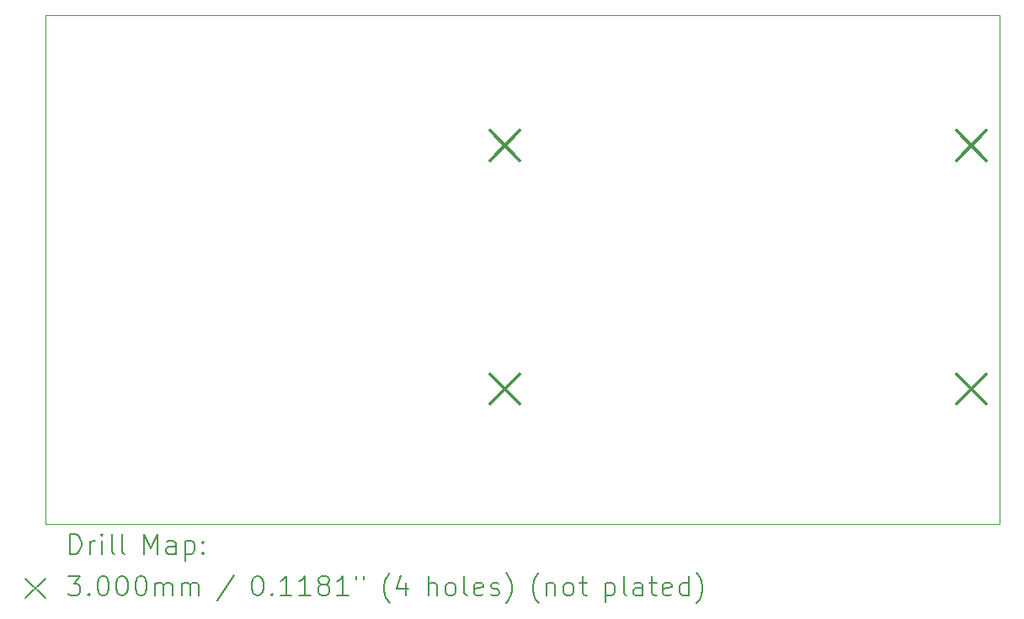
<source format=gbr>
%TF.GenerationSoftware,KiCad,Pcbnew,(7.0.0)*%
%TF.CreationDate,2023-04-21T00:04:54-05:00*%
%TF.ProjectId,OMICRON oO,4f4d4943-524f-44e2-906f-4f2e6b696361,rev?*%
%TF.SameCoordinates,Original*%
%TF.FileFunction,Drillmap*%
%TF.FilePolarity,Positive*%
%FSLAX45Y45*%
G04 Gerber Fmt 4.5, Leading zero omitted, Abs format (unit mm)*
G04 Created by KiCad (PCBNEW (7.0.0)) date 2023-04-21 00:04:54*
%MOMM*%
%LPD*%
G01*
G04 APERTURE LIST*
%ADD10C,0.100000*%
%ADD11C,0.200000*%
%ADD12C,0.300000*%
G04 APERTURE END LIST*
D10*
X12359250Y-5165000D02*
X21946750Y-5165000D01*
X21946750Y-5165000D02*
X21946750Y-10293000D01*
X21946750Y-10293000D02*
X12359250Y-10293000D01*
X12359250Y-10293000D02*
X12359250Y-5165000D01*
D11*
D12*
X16822500Y-6330250D02*
X17122500Y-6630250D01*
X17122500Y-6330250D02*
X16822500Y-6630250D01*
X16822500Y-8781250D02*
X17122500Y-9081250D01*
X17122500Y-8781250D02*
X16822500Y-9081250D01*
X21517500Y-6330250D02*
X21817500Y-6630250D01*
X21817500Y-6330250D02*
X21517500Y-6630250D01*
X21517500Y-8781250D02*
X21817500Y-9081250D01*
X21817500Y-8781250D02*
X21517500Y-9081250D01*
D11*
X12601869Y-10591476D02*
X12601869Y-10391476D01*
X12601869Y-10391476D02*
X12649488Y-10391476D01*
X12649488Y-10391476D02*
X12678059Y-10401000D01*
X12678059Y-10401000D02*
X12697107Y-10420048D01*
X12697107Y-10420048D02*
X12706631Y-10439095D01*
X12706631Y-10439095D02*
X12716155Y-10477190D01*
X12716155Y-10477190D02*
X12716155Y-10505762D01*
X12716155Y-10505762D02*
X12706631Y-10543857D01*
X12706631Y-10543857D02*
X12697107Y-10562905D01*
X12697107Y-10562905D02*
X12678059Y-10581952D01*
X12678059Y-10581952D02*
X12649488Y-10591476D01*
X12649488Y-10591476D02*
X12601869Y-10591476D01*
X12801869Y-10591476D02*
X12801869Y-10458143D01*
X12801869Y-10496238D02*
X12811393Y-10477190D01*
X12811393Y-10477190D02*
X12820917Y-10467667D01*
X12820917Y-10467667D02*
X12839964Y-10458143D01*
X12839964Y-10458143D02*
X12859012Y-10458143D01*
X12925678Y-10591476D02*
X12925678Y-10458143D01*
X12925678Y-10391476D02*
X12916155Y-10401000D01*
X12916155Y-10401000D02*
X12925678Y-10410524D01*
X12925678Y-10410524D02*
X12935202Y-10401000D01*
X12935202Y-10401000D02*
X12925678Y-10391476D01*
X12925678Y-10391476D02*
X12925678Y-10410524D01*
X13049488Y-10591476D02*
X13030440Y-10581952D01*
X13030440Y-10581952D02*
X13020917Y-10562905D01*
X13020917Y-10562905D02*
X13020917Y-10391476D01*
X13154250Y-10591476D02*
X13135202Y-10581952D01*
X13135202Y-10581952D02*
X13125678Y-10562905D01*
X13125678Y-10562905D02*
X13125678Y-10391476D01*
X13350440Y-10591476D02*
X13350440Y-10391476D01*
X13350440Y-10391476D02*
X13417107Y-10534333D01*
X13417107Y-10534333D02*
X13483774Y-10391476D01*
X13483774Y-10391476D02*
X13483774Y-10591476D01*
X13664726Y-10591476D02*
X13664726Y-10486714D01*
X13664726Y-10486714D02*
X13655202Y-10467667D01*
X13655202Y-10467667D02*
X13636155Y-10458143D01*
X13636155Y-10458143D02*
X13598059Y-10458143D01*
X13598059Y-10458143D02*
X13579012Y-10467667D01*
X13664726Y-10581952D02*
X13645678Y-10591476D01*
X13645678Y-10591476D02*
X13598059Y-10591476D01*
X13598059Y-10591476D02*
X13579012Y-10581952D01*
X13579012Y-10581952D02*
X13569488Y-10562905D01*
X13569488Y-10562905D02*
X13569488Y-10543857D01*
X13569488Y-10543857D02*
X13579012Y-10524810D01*
X13579012Y-10524810D02*
X13598059Y-10515286D01*
X13598059Y-10515286D02*
X13645678Y-10515286D01*
X13645678Y-10515286D02*
X13664726Y-10505762D01*
X13759964Y-10458143D02*
X13759964Y-10658143D01*
X13759964Y-10467667D02*
X13779012Y-10458143D01*
X13779012Y-10458143D02*
X13817107Y-10458143D01*
X13817107Y-10458143D02*
X13836155Y-10467667D01*
X13836155Y-10467667D02*
X13845678Y-10477190D01*
X13845678Y-10477190D02*
X13855202Y-10496238D01*
X13855202Y-10496238D02*
X13855202Y-10553381D01*
X13855202Y-10553381D02*
X13845678Y-10572429D01*
X13845678Y-10572429D02*
X13836155Y-10581952D01*
X13836155Y-10581952D02*
X13817107Y-10591476D01*
X13817107Y-10591476D02*
X13779012Y-10591476D01*
X13779012Y-10591476D02*
X13759964Y-10581952D01*
X13940917Y-10572429D02*
X13950440Y-10581952D01*
X13950440Y-10581952D02*
X13940917Y-10591476D01*
X13940917Y-10591476D02*
X13931393Y-10581952D01*
X13931393Y-10581952D02*
X13940917Y-10572429D01*
X13940917Y-10572429D02*
X13940917Y-10591476D01*
X13940917Y-10467667D02*
X13950440Y-10477190D01*
X13950440Y-10477190D02*
X13940917Y-10486714D01*
X13940917Y-10486714D02*
X13931393Y-10477190D01*
X13931393Y-10477190D02*
X13940917Y-10467667D01*
X13940917Y-10467667D02*
X13940917Y-10486714D01*
X12154250Y-10838000D02*
X12354250Y-11038000D01*
X12354250Y-10838000D02*
X12154250Y-11038000D01*
X12582821Y-10811476D02*
X12706631Y-10811476D01*
X12706631Y-10811476D02*
X12639964Y-10887667D01*
X12639964Y-10887667D02*
X12668536Y-10887667D01*
X12668536Y-10887667D02*
X12687583Y-10897190D01*
X12687583Y-10897190D02*
X12697107Y-10906714D01*
X12697107Y-10906714D02*
X12706631Y-10925762D01*
X12706631Y-10925762D02*
X12706631Y-10973381D01*
X12706631Y-10973381D02*
X12697107Y-10992429D01*
X12697107Y-10992429D02*
X12687583Y-11001952D01*
X12687583Y-11001952D02*
X12668536Y-11011476D01*
X12668536Y-11011476D02*
X12611393Y-11011476D01*
X12611393Y-11011476D02*
X12592345Y-11001952D01*
X12592345Y-11001952D02*
X12582821Y-10992429D01*
X12792345Y-10992429D02*
X12801869Y-11001952D01*
X12801869Y-11001952D02*
X12792345Y-11011476D01*
X12792345Y-11011476D02*
X12782821Y-11001952D01*
X12782821Y-11001952D02*
X12792345Y-10992429D01*
X12792345Y-10992429D02*
X12792345Y-11011476D01*
X12925678Y-10811476D02*
X12944726Y-10811476D01*
X12944726Y-10811476D02*
X12963774Y-10821000D01*
X12963774Y-10821000D02*
X12973298Y-10830524D01*
X12973298Y-10830524D02*
X12982821Y-10849571D01*
X12982821Y-10849571D02*
X12992345Y-10887667D01*
X12992345Y-10887667D02*
X12992345Y-10935286D01*
X12992345Y-10935286D02*
X12982821Y-10973381D01*
X12982821Y-10973381D02*
X12973298Y-10992429D01*
X12973298Y-10992429D02*
X12963774Y-11001952D01*
X12963774Y-11001952D02*
X12944726Y-11011476D01*
X12944726Y-11011476D02*
X12925678Y-11011476D01*
X12925678Y-11011476D02*
X12906631Y-11001952D01*
X12906631Y-11001952D02*
X12897107Y-10992429D01*
X12897107Y-10992429D02*
X12887583Y-10973381D01*
X12887583Y-10973381D02*
X12878059Y-10935286D01*
X12878059Y-10935286D02*
X12878059Y-10887667D01*
X12878059Y-10887667D02*
X12887583Y-10849571D01*
X12887583Y-10849571D02*
X12897107Y-10830524D01*
X12897107Y-10830524D02*
X12906631Y-10821000D01*
X12906631Y-10821000D02*
X12925678Y-10811476D01*
X13116155Y-10811476D02*
X13135202Y-10811476D01*
X13135202Y-10811476D02*
X13154250Y-10821000D01*
X13154250Y-10821000D02*
X13163774Y-10830524D01*
X13163774Y-10830524D02*
X13173298Y-10849571D01*
X13173298Y-10849571D02*
X13182821Y-10887667D01*
X13182821Y-10887667D02*
X13182821Y-10935286D01*
X13182821Y-10935286D02*
X13173298Y-10973381D01*
X13173298Y-10973381D02*
X13163774Y-10992429D01*
X13163774Y-10992429D02*
X13154250Y-11001952D01*
X13154250Y-11001952D02*
X13135202Y-11011476D01*
X13135202Y-11011476D02*
X13116155Y-11011476D01*
X13116155Y-11011476D02*
X13097107Y-11001952D01*
X13097107Y-11001952D02*
X13087583Y-10992429D01*
X13087583Y-10992429D02*
X13078059Y-10973381D01*
X13078059Y-10973381D02*
X13068536Y-10935286D01*
X13068536Y-10935286D02*
X13068536Y-10887667D01*
X13068536Y-10887667D02*
X13078059Y-10849571D01*
X13078059Y-10849571D02*
X13087583Y-10830524D01*
X13087583Y-10830524D02*
X13097107Y-10821000D01*
X13097107Y-10821000D02*
X13116155Y-10811476D01*
X13306631Y-10811476D02*
X13325679Y-10811476D01*
X13325679Y-10811476D02*
X13344726Y-10821000D01*
X13344726Y-10821000D02*
X13354250Y-10830524D01*
X13354250Y-10830524D02*
X13363774Y-10849571D01*
X13363774Y-10849571D02*
X13373298Y-10887667D01*
X13373298Y-10887667D02*
X13373298Y-10935286D01*
X13373298Y-10935286D02*
X13363774Y-10973381D01*
X13363774Y-10973381D02*
X13354250Y-10992429D01*
X13354250Y-10992429D02*
X13344726Y-11001952D01*
X13344726Y-11001952D02*
X13325679Y-11011476D01*
X13325679Y-11011476D02*
X13306631Y-11011476D01*
X13306631Y-11011476D02*
X13287583Y-11001952D01*
X13287583Y-11001952D02*
X13278059Y-10992429D01*
X13278059Y-10992429D02*
X13268536Y-10973381D01*
X13268536Y-10973381D02*
X13259012Y-10935286D01*
X13259012Y-10935286D02*
X13259012Y-10887667D01*
X13259012Y-10887667D02*
X13268536Y-10849571D01*
X13268536Y-10849571D02*
X13278059Y-10830524D01*
X13278059Y-10830524D02*
X13287583Y-10821000D01*
X13287583Y-10821000D02*
X13306631Y-10811476D01*
X13459012Y-11011476D02*
X13459012Y-10878143D01*
X13459012Y-10897190D02*
X13468536Y-10887667D01*
X13468536Y-10887667D02*
X13487583Y-10878143D01*
X13487583Y-10878143D02*
X13516155Y-10878143D01*
X13516155Y-10878143D02*
X13535202Y-10887667D01*
X13535202Y-10887667D02*
X13544726Y-10906714D01*
X13544726Y-10906714D02*
X13544726Y-11011476D01*
X13544726Y-10906714D02*
X13554250Y-10887667D01*
X13554250Y-10887667D02*
X13573298Y-10878143D01*
X13573298Y-10878143D02*
X13601869Y-10878143D01*
X13601869Y-10878143D02*
X13620917Y-10887667D01*
X13620917Y-10887667D02*
X13630440Y-10906714D01*
X13630440Y-10906714D02*
X13630440Y-11011476D01*
X13725679Y-11011476D02*
X13725679Y-10878143D01*
X13725679Y-10897190D02*
X13735202Y-10887667D01*
X13735202Y-10887667D02*
X13754250Y-10878143D01*
X13754250Y-10878143D02*
X13782821Y-10878143D01*
X13782821Y-10878143D02*
X13801869Y-10887667D01*
X13801869Y-10887667D02*
X13811393Y-10906714D01*
X13811393Y-10906714D02*
X13811393Y-11011476D01*
X13811393Y-10906714D02*
X13820917Y-10887667D01*
X13820917Y-10887667D02*
X13839964Y-10878143D01*
X13839964Y-10878143D02*
X13868536Y-10878143D01*
X13868536Y-10878143D02*
X13887583Y-10887667D01*
X13887583Y-10887667D02*
X13897107Y-10906714D01*
X13897107Y-10906714D02*
X13897107Y-11011476D01*
X14255202Y-10801952D02*
X14083774Y-11059095D01*
X14479964Y-10811476D02*
X14499012Y-10811476D01*
X14499012Y-10811476D02*
X14518060Y-10821000D01*
X14518060Y-10821000D02*
X14527583Y-10830524D01*
X14527583Y-10830524D02*
X14537107Y-10849571D01*
X14537107Y-10849571D02*
X14546631Y-10887667D01*
X14546631Y-10887667D02*
X14546631Y-10935286D01*
X14546631Y-10935286D02*
X14537107Y-10973381D01*
X14537107Y-10973381D02*
X14527583Y-10992429D01*
X14527583Y-10992429D02*
X14518060Y-11001952D01*
X14518060Y-11001952D02*
X14499012Y-11011476D01*
X14499012Y-11011476D02*
X14479964Y-11011476D01*
X14479964Y-11011476D02*
X14460917Y-11001952D01*
X14460917Y-11001952D02*
X14451393Y-10992429D01*
X14451393Y-10992429D02*
X14441869Y-10973381D01*
X14441869Y-10973381D02*
X14432345Y-10935286D01*
X14432345Y-10935286D02*
X14432345Y-10887667D01*
X14432345Y-10887667D02*
X14441869Y-10849571D01*
X14441869Y-10849571D02*
X14451393Y-10830524D01*
X14451393Y-10830524D02*
X14460917Y-10821000D01*
X14460917Y-10821000D02*
X14479964Y-10811476D01*
X14632345Y-10992429D02*
X14641869Y-11001952D01*
X14641869Y-11001952D02*
X14632345Y-11011476D01*
X14632345Y-11011476D02*
X14622821Y-11001952D01*
X14622821Y-11001952D02*
X14632345Y-10992429D01*
X14632345Y-10992429D02*
X14632345Y-11011476D01*
X14832345Y-11011476D02*
X14718060Y-11011476D01*
X14775202Y-11011476D02*
X14775202Y-10811476D01*
X14775202Y-10811476D02*
X14756155Y-10840048D01*
X14756155Y-10840048D02*
X14737107Y-10859095D01*
X14737107Y-10859095D02*
X14718060Y-10868619D01*
X15022821Y-11011476D02*
X14908536Y-11011476D01*
X14965679Y-11011476D02*
X14965679Y-10811476D01*
X14965679Y-10811476D02*
X14946631Y-10840048D01*
X14946631Y-10840048D02*
X14927583Y-10859095D01*
X14927583Y-10859095D02*
X14908536Y-10868619D01*
X15137107Y-10897190D02*
X15118060Y-10887667D01*
X15118060Y-10887667D02*
X15108536Y-10878143D01*
X15108536Y-10878143D02*
X15099012Y-10859095D01*
X15099012Y-10859095D02*
X15099012Y-10849571D01*
X15099012Y-10849571D02*
X15108536Y-10830524D01*
X15108536Y-10830524D02*
X15118060Y-10821000D01*
X15118060Y-10821000D02*
X15137107Y-10811476D01*
X15137107Y-10811476D02*
X15175202Y-10811476D01*
X15175202Y-10811476D02*
X15194250Y-10821000D01*
X15194250Y-10821000D02*
X15203774Y-10830524D01*
X15203774Y-10830524D02*
X15213298Y-10849571D01*
X15213298Y-10849571D02*
X15213298Y-10859095D01*
X15213298Y-10859095D02*
X15203774Y-10878143D01*
X15203774Y-10878143D02*
X15194250Y-10887667D01*
X15194250Y-10887667D02*
X15175202Y-10897190D01*
X15175202Y-10897190D02*
X15137107Y-10897190D01*
X15137107Y-10897190D02*
X15118060Y-10906714D01*
X15118060Y-10906714D02*
X15108536Y-10916238D01*
X15108536Y-10916238D02*
X15099012Y-10935286D01*
X15099012Y-10935286D02*
X15099012Y-10973381D01*
X15099012Y-10973381D02*
X15108536Y-10992429D01*
X15108536Y-10992429D02*
X15118060Y-11001952D01*
X15118060Y-11001952D02*
X15137107Y-11011476D01*
X15137107Y-11011476D02*
X15175202Y-11011476D01*
X15175202Y-11011476D02*
X15194250Y-11001952D01*
X15194250Y-11001952D02*
X15203774Y-10992429D01*
X15203774Y-10992429D02*
X15213298Y-10973381D01*
X15213298Y-10973381D02*
X15213298Y-10935286D01*
X15213298Y-10935286D02*
X15203774Y-10916238D01*
X15203774Y-10916238D02*
X15194250Y-10906714D01*
X15194250Y-10906714D02*
X15175202Y-10897190D01*
X15403774Y-11011476D02*
X15289488Y-11011476D01*
X15346631Y-11011476D02*
X15346631Y-10811476D01*
X15346631Y-10811476D02*
X15327583Y-10840048D01*
X15327583Y-10840048D02*
X15308536Y-10859095D01*
X15308536Y-10859095D02*
X15289488Y-10868619D01*
X15479964Y-10811476D02*
X15479964Y-10849571D01*
X15556155Y-10811476D02*
X15556155Y-10849571D01*
X15819012Y-11087667D02*
X15809488Y-11078143D01*
X15809488Y-11078143D02*
X15790441Y-11049571D01*
X15790441Y-11049571D02*
X15780917Y-11030524D01*
X15780917Y-11030524D02*
X15771393Y-11001952D01*
X15771393Y-11001952D02*
X15761869Y-10954333D01*
X15761869Y-10954333D02*
X15761869Y-10916238D01*
X15761869Y-10916238D02*
X15771393Y-10868619D01*
X15771393Y-10868619D02*
X15780917Y-10840048D01*
X15780917Y-10840048D02*
X15790441Y-10821000D01*
X15790441Y-10821000D02*
X15809488Y-10792429D01*
X15809488Y-10792429D02*
X15819012Y-10782905D01*
X15980917Y-10878143D02*
X15980917Y-11011476D01*
X15933298Y-10801952D02*
X15885679Y-10944810D01*
X15885679Y-10944810D02*
X16009488Y-10944810D01*
X16205679Y-11011476D02*
X16205679Y-10811476D01*
X16291393Y-11011476D02*
X16291393Y-10906714D01*
X16291393Y-10906714D02*
X16281869Y-10887667D01*
X16281869Y-10887667D02*
X16262822Y-10878143D01*
X16262822Y-10878143D02*
X16234250Y-10878143D01*
X16234250Y-10878143D02*
X16215202Y-10887667D01*
X16215202Y-10887667D02*
X16205679Y-10897190D01*
X16415202Y-11011476D02*
X16396155Y-11001952D01*
X16396155Y-11001952D02*
X16386631Y-10992429D01*
X16386631Y-10992429D02*
X16377107Y-10973381D01*
X16377107Y-10973381D02*
X16377107Y-10916238D01*
X16377107Y-10916238D02*
X16386631Y-10897190D01*
X16386631Y-10897190D02*
X16396155Y-10887667D01*
X16396155Y-10887667D02*
X16415202Y-10878143D01*
X16415202Y-10878143D02*
X16443774Y-10878143D01*
X16443774Y-10878143D02*
X16462822Y-10887667D01*
X16462822Y-10887667D02*
X16472345Y-10897190D01*
X16472345Y-10897190D02*
X16481869Y-10916238D01*
X16481869Y-10916238D02*
X16481869Y-10973381D01*
X16481869Y-10973381D02*
X16472345Y-10992429D01*
X16472345Y-10992429D02*
X16462822Y-11001952D01*
X16462822Y-11001952D02*
X16443774Y-11011476D01*
X16443774Y-11011476D02*
X16415202Y-11011476D01*
X16596155Y-11011476D02*
X16577107Y-11001952D01*
X16577107Y-11001952D02*
X16567583Y-10982905D01*
X16567583Y-10982905D02*
X16567583Y-10811476D01*
X16748536Y-11001952D02*
X16729488Y-11011476D01*
X16729488Y-11011476D02*
X16691393Y-11011476D01*
X16691393Y-11011476D02*
X16672345Y-11001952D01*
X16672345Y-11001952D02*
X16662822Y-10982905D01*
X16662822Y-10982905D02*
X16662822Y-10906714D01*
X16662822Y-10906714D02*
X16672345Y-10887667D01*
X16672345Y-10887667D02*
X16691393Y-10878143D01*
X16691393Y-10878143D02*
X16729488Y-10878143D01*
X16729488Y-10878143D02*
X16748536Y-10887667D01*
X16748536Y-10887667D02*
X16758060Y-10906714D01*
X16758060Y-10906714D02*
X16758060Y-10925762D01*
X16758060Y-10925762D02*
X16662822Y-10944810D01*
X16834250Y-11001952D02*
X16853298Y-11011476D01*
X16853298Y-11011476D02*
X16891393Y-11011476D01*
X16891393Y-11011476D02*
X16910441Y-11001952D01*
X16910441Y-11001952D02*
X16919965Y-10982905D01*
X16919965Y-10982905D02*
X16919965Y-10973381D01*
X16919965Y-10973381D02*
X16910441Y-10954333D01*
X16910441Y-10954333D02*
X16891393Y-10944810D01*
X16891393Y-10944810D02*
X16862822Y-10944810D01*
X16862822Y-10944810D02*
X16843774Y-10935286D01*
X16843774Y-10935286D02*
X16834250Y-10916238D01*
X16834250Y-10916238D02*
X16834250Y-10906714D01*
X16834250Y-10906714D02*
X16843774Y-10887667D01*
X16843774Y-10887667D02*
X16862822Y-10878143D01*
X16862822Y-10878143D02*
X16891393Y-10878143D01*
X16891393Y-10878143D02*
X16910441Y-10887667D01*
X16986631Y-11087667D02*
X16996155Y-11078143D01*
X16996155Y-11078143D02*
X17015203Y-11049571D01*
X17015203Y-11049571D02*
X17024726Y-11030524D01*
X17024726Y-11030524D02*
X17034250Y-11001952D01*
X17034250Y-11001952D02*
X17043774Y-10954333D01*
X17043774Y-10954333D02*
X17043774Y-10916238D01*
X17043774Y-10916238D02*
X17034250Y-10868619D01*
X17034250Y-10868619D02*
X17024726Y-10840048D01*
X17024726Y-10840048D02*
X17015203Y-10821000D01*
X17015203Y-10821000D02*
X16996155Y-10792429D01*
X16996155Y-10792429D02*
X16986631Y-10782905D01*
X17316155Y-11087667D02*
X17306631Y-11078143D01*
X17306631Y-11078143D02*
X17287584Y-11049571D01*
X17287584Y-11049571D02*
X17278060Y-11030524D01*
X17278060Y-11030524D02*
X17268536Y-11001952D01*
X17268536Y-11001952D02*
X17259012Y-10954333D01*
X17259012Y-10954333D02*
X17259012Y-10916238D01*
X17259012Y-10916238D02*
X17268536Y-10868619D01*
X17268536Y-10868619D02*
X17278060Y-10840048D01*
X17278060Y-10840048D02*
X17287584Y-10821000D01*
X17287584Y-10821000D02*
X17306631Y-10792429D01*
X17306631Y-10792429D02*
X17316155Y-10782905D01*
X17392345Y-10878143D02*
X17392345Y-11011476D01*
X17392345Y-10897190D02*
X17401869Y-10887667D01*
X17401869Y-10887667D02*
X17420917Y-10878143D01*
X17420917Y-10878143D02*
X17449488Y-10878143D01*
X17449488Y-10878143D02*
X17468536Y-10887667D01*
X17468536Y-10887667D02*
X17478060Y-10906714D01*
X17478060Y-10906714D02*
X17478060Y-11011476D01*
X17601869Y-11011476D02*
X17582822Y-11001952D01*
X17582822Y-11001952D02*
X17573298Y-10992429D01*
X17573298Y-10992429D02*
X17563774Y-10973381D01*
X17563774Y-10973381D02*
X17563774Y-10916238D01*
X17563774Y-10916238D02*
X17573298Y-10897190D01*
X17573298Y-10897190D02*
X17582822Y-10887667D01*
X17582822Y-10887667D02*
X17601869Y-10878143D01*
X17601869Y-10878143D02*
X17630441Y-10878143D01*
X17630441Y-10878143D02*
X17649488Y-10887667D01*
X17649488Y-10887667D02*
X17659012Y-10897190D01*
X17659012Y-10897190D02*
X17668536Y-10916238D01*
X17668536Y-10916238D02*
X17668536Y-10973381D01*
X17668536Y-10973381D02*
X17659012Y-10992429D01*
X17659012Y-10992429D02*
X17649488Y-11001952D01*
X17649488Y-11001952D02*
X17630441Y-11011476D01*
X17630441Y-11011476D02*
X17601869Y-11011476D01*
X17725679Y-10878143D02*
X17801869Y-10878143D01*
X17754250Y-10811476D02*
X17754250Y-10982905D01*
X17754250Y-10982905D02*
X17763774Y-11001952D01*
X17763774Y-11001952D02*
X17782822Y-11011476D01*
X17782822Y-11011476D02*
X17801869Y-11011476D01*
X17988536Y-10878143D02*
X17988536Y-11078143D01*
X17988536Y-10887667D02*
X18007584Y-10878143D01*
X18007584Y-10878143D02*
X18045679Y-10878143D01*
X18045679Y-10878143D02*
X18064726Y-10887667D01*
X18064726Y-10887667D02*
X18074250Y-10897190D01*
X18074250Y-10897190D02*
X18083774Y-10916238D01*
X18083774Y-10916238D02*
X18083774Y-10973381D01*
X18083774Y-10973381D02*
X18074250Y-10992429D01*
X18074250Y-10992429D02*
X18064726Y-11001952D01*
X18064726Y-11001952D02*
X18045679Y-11011476D01*
X18045679Y-11011476D02*
X18007584Y-11011476D01*
X18007584Y-11011476D02*
X17988536Y-11001952D01*
X18198060Y-11011476D02*
X18179012Y-11001952D01*
X18179012Y-11001952D02*
X18169488Y-10982905D01*
X18169488Y-10982905D02*
X18169488Y-10811476D01*
X18359965Y-11011476D02*
X18359965Y-10906714D01*
X18359965Y-10906714D02*
X18350441Y-10887667D01*
X18350441Y-10887667D02*
X18331393Y-10878143D01*
X18331393Y-10878143D02*
X18293298Y-10878143D01*
X18293298Y-10878143D02*
X18274250Y-10887667D01*
X18359965Y-11001952D02*
X18340917Y-11011476D01*
X18340917Y-11011476D02*
X18293298Y-11011476D01*
X18293298Y-11011476D02*
X18274250Y-11001952D01*
X18274250Y-11001952D02*
X18264726Y-10982905D01*
X18264726Y-10982905D02*
X18264726Y-10963857D01*
X18264726Y-10963857D02*
X18274250Y-10944810D01*
X18274250Y-10944810D02*
X18293298Y-10935286D01*
X18293298Y-10935286D02*
X18340917Y-10935286D01*
X18340917Y-10935286D02*
X18359965Y-10925762D01*
X18426631Y-10878143D02*
X18502822Y-10878143D01*
X18455203Y-10811476D02*
X18455203Y-10982905D01*
X18455203Y-10982905D02*
X18464726Y-11001952D01*
X18464726Y-11001952D02*
X18483774Y-11011476D01*
X18483774Y-11011476D02*
X18502822Y-11011476D01*
X18645679Y-11001952D02*
X18626631Y-11011476D01*
X18626631Y-11011476D02*
X18588536Y-11011476D01*
X18588536Y-11011476D02*
X18569488Y-11001952D01*
X18569488Y-11001952D02*
X18559965Y-10982905D01*
X18559965Y-10982905D02*
X18559965Y-10906714D01*
X18559965Y-10906714D02*
X18569488Y-10887667D01*
X18569488Y-10887667D02*
X18588536Y-10878143D01*
X18588536Y-10878143D02*
X18626631Y-10878143D01*
X18626631Y-10878143D02*
X18645679Y-10887667D01*
X18645679Y-10887667D02*
X18655203Y-10906714D01*
X18655203Y-10906714D02*
X18655203Y-10925762D01*
X18655203Y-10925762D02*
X18559965Y-10944810D01*
X18826631Y-11011476D02*
X18826631Y-10811476D01*
X18826631Y-11001952D02*
X18807584Y-11011476D01*
X18807584Y-11011476D02*
X18769488Y-11011476D01*
X18769488Y-11011476D02*
X18750441Y-11001952D01*
X18750441Y-11001952D02*
X18740917Y-10992429D01*
X18740917Y-10992429D02*
X18731393Y-10973381D01*
X18731393Y-10973381D02*
X18731393Y-10916238D01*
X18731393Y-10916238D02*
X18740917Y-10897190D01*
X18740917Y-10897190D02*
X18750441Y-10887667D01*
X18750441Y-10887667D02*
X18769488Y-10878143D01*
X18769488Y-10878143D02*
X18807584Y-10878143D01*
X18807584Y-10878143D02*
X18826631Y-10887667D01*
X18902822Y-11087667D02*
X18912346Y-11078143D01*
X18912346Y-11078143D02*
X18931393Y-11049571D01*
X18931393Y-11049571D02*
X18940917Y-11030524D01*
X18940917Y-11030524D02*
X18950441Y-11001952D01*
X18950441Y-11001952D02*
X18959965Y-10954333D01*
X18959965Y-10954333D02*
X18959965Y-10916238D01*
X18959965Y-10916238D02*
X18950441Y-10868619D01*
X18950441Y-10868619D02*
X18940917Y-10840048D01*
X18940917Y-10840048D02*
X18931393Y-10821000D01*
X18931393Y-10821000D02*
X18912346Y-10792429D01*
X18912346Y-10792429D02*
X18902822Y-10782905D01*
M02*

</source>
